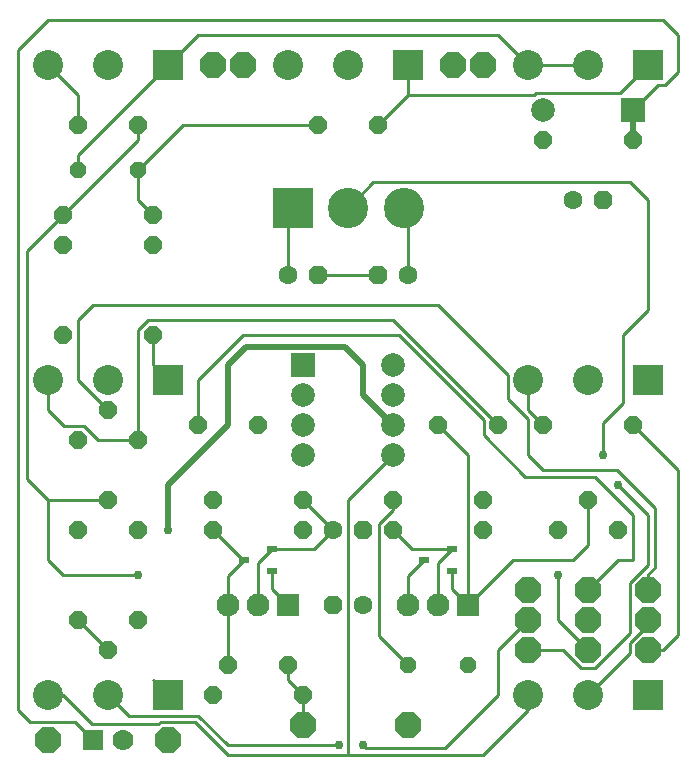
<source format=gbr>
G04 EAGLE Gerber RS-274X export*
G75*
%MOMM*%
%FSLAX34Y34*%
%LPD*%
%INTop Copper*%
%IPPOS*%
%AMOC8*
5,1,8,0,0,1.08239X$1,22.5*%
G01*
%ADD10P,2.336880X8X22.500000*%
%ADD11R,2.540000X2.540000*%
%ADD12C,2.540000*%
%ADD13P,1.649562X8X22.500000*%
%ADD14P,1.649562X8X202.500000*%
%ADD15P,1.732040X8X22.500000*%
%ADD16C,1.600200*%
%ADD17P,1.429621X8X202.500000*%
%ADD18P,1.732040X8X202.500000*%
%ADD19C,2.000000*%
%ADD20R,2.000000X2.000000*%
%ADD21C,1.778000*%
%ADD22R,1.778000X1.778000*%
%ADD23C,1.930400*%
%ADD24R,1.930400X1.930400*%
%ADD25R,0.850000X0.600000*%
%ADD26R,3.416000X3.416000*%
%ADD27C,3.416000*%
%ADD28C,0.254000*%
%ADD29C,0.756400*%
%ADD30C,0.508000*%


D10*
X406400Y596900D03*
D11*
X546100Y596900D03*
D12*
X495300Y596900D03*
X444500Y596900D03*
D13*
X63500Y203200D03*
X114300Y203200D03*
X88900Y228600D03*
X469900Y203200D03*
X520700Y203200D03*
X495300Y228600D03*
D14*
X241300Y88900D03*
X190500Y88900D03*
D13*
X165100Y292100D03*
X215900Y292100D03*
D15*
X266700Y419100D03*
D16*
X241300Y419100D03*
D15*
X508000Y482600D03*
D16*
X482600Y482600D03*
D15*
X304800Y203200D03*
D16*
X279400Y203200D03*
D14*
X114300Y546100D03*
X63500Y546100D03*
D13*
X266700Y546100D03*
X317500Y546100D03*
D17*
X114300Y508000D03*
X63500Y508000D03*
D18*
X279400Y139700D03*
D16*
X304800Y139700D03*
D13*
X368300Y292100D03*
X419100Y292100D03*
D17*
X393700Y88900D03*
X342900Y88900D03*
D18*
X317500Y419100D03*
D16*
X342900Y419100D03*
D11*
X546100Y330200D03*
D12*
X495300Y330200D03*
X444500Y330200D03*
D11*
X546100Y63500D03*
D12*
X495300Y63500D03*
X444500Y63500D03*
D19*
X457200Y558800D03*
D20*
X533400Y558800D03*
D21*
X101600Y25400D03*
D22*
X76200Y25400D03*
D11*
X139700Y63500D03*
D12*
X88900Y63500D03*
X38100Y63500D03*
D11*
X139700Y330200D03*
D12*
X88900Y330200D03*
X38100Y330200D03*
D10*
X203200Y596900D03*
X177800Y596900D03*
X381000Y596900D03*
D20*
X254000Y342900D03*
D19*
X254000Y317500D03*
X254000Y292100D03*
X254000Y266700D03*
X330200Y266700D03*
X330200Y292100D03*
X330200Y317500D03*
X330200Y342900D03*
D10*
X254000Y38100D03*
X139700Y25400D03*
D11*
X342900Y596900D03*
D12*
X292100Y596900D03*
X241300Y596900D03*
D10*
X342900Y38100D03*
D23*
X190500Y139700D03*
X215900Y139700D03*
D24*
X241300Y139700D03*
D23*
X342900Y139700D03*
X368300Y139700D03*
D24*
X393700Y139700D03*
D25*
X227900Y168300D03*
X227900Y187300D03*
X203900Y177800D03*
X380300Y168300D03*
X380300Y187300D03*
X356300Y177800D03*
D13*
X177800Y63500D03*
X254000Y63500D03*
X50800Y368300D03*
X127000Y368300D03*
X457200Y292100D03*
X533400Y292100D03*
D14*
X406400Y228600D03*
X330200Y228600D03*
D13*
X457200Y533400D03*
X533400Y533400D03*
D14*
X254000Y203200D03*
X177800Y203200D03*
D13*
X177800Y228600D03*
X254000Y228600D03*
D14*
X127000Y469900D03*
X50800Y469900D03*
X127000Y444500D03*
X50800Y444500D03*
D13*
X330200Y203200D03*
X406400Y203200D03*
D14*
X114300Y127000D03*
X63500Y127000D03*
X88900Y101600D03*
D10*
X38100Y25400D03*
D11*
X139700Y596900D03*
D12*
X88900Y596900D03*
X38100Y596900D03*
D26*
X245110Y476250D03*
D27*
X292100Y476250D03*
X339090Y476250D03*
D10*
X495300Y101600D03*
X444500Y101600D03*
X546100Y101600D03*
X495300Y152400D03*
X546100Y152400D03*
X444500Y152400D03*
X495300Y127000D03*
X546100Y127000D03*
X444500Y127000D03*
D13*
X63500Y279400D03*
X114300Y279400D03*
X88900Y304800D03*
D28*
X254000Y63500D02*
X254000Y38100D01*
X254000Y63500D02*
X241300Y76200D01*
X241300Y88900D01*
X139700Y63500D02*
X127000Y76200D01*
X190500Y88900D02*
X190500Y139700D01*
X190500Y164400D01*
X203900Y177800D01*
X203200Y177800D01*
X177800Y203200D01*
X88900Y228600D02*
X38100Y228600D01*
X20320Y246380D01*
X20320Y439420D01*
X50800Y469900D01*
X114300Y533400D01*
X114300Y546100D01*
X227900Y153100D02*
X241300Y139700D01*
X227900Y153100D02*
X227900Y168300D01*
X38100Y177800D02*
X38100Y228600D01*
X38100Y177800D02*
X50800Y165100D01*
X114300Y165100D01*
D29*
X114300Y165100D03*
D28*
X254000Y228600D02*
X279400Y203200D01*
X263500Y187300D01*
X227900Y187300D01*
X215900Y175300D01*
X215900Y139700D01*
D30*
X330200Y292100D02*
X304800Y317500D01*
X304800Y342900D01*
X289212Y358488D02*
X206088Y358488D01*
X289212Y358488D02*
X304800Y342900D01*
X206088Y358488D02*
X190500Y342900D01*
X190500Y292100D01*
D29*
X139700Y203200D03*
D30*
X139700Y241300D01*
X190500Y292100D01*
D28*
X63500Y571500D02*
X38100Y596900D01*
X63500Y571500D02*
X63500Y546100D01*
X114300Y508000D02*
X152400Y546100D01*
X266700Y546100D01*
X127000Y469900D02*
X114300Y482600D01*
X114300Y508000D01*
X63500Y508000D02*
X63500Y520700D01*
X139700Y596900D01*
X444500Y596900D02*
X495300Y596900D01*
X444500Y596900D02*
X419100Y622300D01*
X165100Y622300D01*
X139700Y596900D01*
X317500Y546100D02*
X342900Y571500D01*
X342900Y596900D01*
X342900Y571500D02*
X449651Y571500D01*
X451269Y573118D01*
X522318Y573118D02*
X546100Y596900D01*
X522318Y573118D02*
X451269Y573118D01*
X342900Y164400D02*
X342900Y139700D01*
X342900Y164400D02*
X356300Y177800D01*
X368300Y175300D02*
X368300Y139700D01*
X368300Y175300D02*
X380300Y187300D01*
X346100Y187300D02*
X330200Y203200D01*
X346100Y187300D02*
X380300Y187300D01*
X380300Y153100D02*
X393700Y139700D01*
X380300Y153100D02*
X380300Y168300D01*
X393700Y266700D02*
X368300Y292100D01*
X393700Y266700D02*
X393700Y139700D01*
X431800Y177800D01*
X482600Y177800D01*
X495300Y190500D01*
X495300Y228600D01*
X38100Y304800D02*
X38100Y330200D01*
X38100Y304800D02*
X51562Y291338D01*
X68445Y291338D01*
X80383Y279400D01*
X114300Y279400D01*
X114300Y372483D02*
X122817Y381000D01*
X330200Y381000D02*
X419100Y292100D01*
X114300Y279400D02*
X114300Y372483D01*
X122817Y381000D02*
X330200Y381000D01*
X469900Y127000D02*
X495300Y101600D01*
X469900Y127000D02*
X469900Y165100D01*
D29*
X469900Y165100D03*
D28*
X241300Y419100D02*
X241300Y472440D01*
X245110Y476250D01*
X342900Y472440D02*
X342900Y419100D01*
X342900Y472440D02*
X339090Y476250D01*
X317500Y419100D02*
X266700Y419100D01*
X330200Y228600D02*
X330200Y220083D01*
X318262Y208145D01*
X318262Y113538D02*
X342900Y88900D01*
X318262Y113538D02*
X318262Y208145D01*
X88900Y101600D02*
X63500Y127000D01*
X495300Y152400D02*
X520700Y177800D01*
X533400Y177800D01*
X533400Y215900D01*
X500888Y248412D01*
X442185Y248412D01*
X407162Y283435D01*
X407162Y296135D01*
X334997Y368300D02*
X203200Y368300D01*
X165100Y330200D01*
X165100Y292100D01*
X334997Y368300D02*
X407162Y296135D01*
D30*
X533400Y533400D02*
X533400Y558800D01*
D28*
X554482Y579882D01*
X560589Y579882D01*
X571500Y590793D01*
X571500Y622300D01*
X558800Y635000D01*
X38100Y635000D02*
X12700Y609600D01*
X38100Y635000D02*
X558800Y635000D01*
X12700Y50800D02*
X22987Y40513D01*
X38100Y40513D01*
X44360Y40513D01*
X12700Y50800D02*
X12700Y609600D01*
X61087Y40513D02*
X76200Y25400D01*
X61087Y40513D02*
X44360Y40513D01*
X139700Y330200D02*
X127000Y342900D01*
X127000Y368300D01*
X50800Y63500D02*
X38100Y63500D01*
X50800Y63500D02*
X75692Y38608D01*
X131535Y38608D02*
X133440Y40513D01*
X162687Y40513D01*
X190500Y12700D01*
X292100Y12700D01*
X406400Y12700D01*
X444500Y50800D01*
X444500Y63500D01*
X131535Y38608D02*
X75692Y38608D01*
X292100Y228600D02*
X330200Y266700D01*
X292100Y228600D02*
X292100Y12700D01*
X373888Y18288D02*
X419100Y63500D01*
X307312Y18288D02*
X304800Y20800D01*
D29*
X304800Y20800D03*
X284000Y20800D03*
D28*
X190303Y20800D01*
X165002Y46101D01*
X106299Y46101D02*
X88900Y63500D01*
X106299Y46101D02*
X165002Y46101D01*
X307312Y18288D02*
X373888Y18288D01*
X419100Y63500D02*
X419100Y101600D01*
X444500Y127000D01*
X508000Y293433D02*
X525018Y310451D01*
X508000Y293433D02*
X508000Y266700D01*
X525018Y310451D02*
X525018Y368300D01*
X473927Y101600D02*
X444500Y101600D01*
X473927Y101600D02*
X489040Y86487D01*
X530987Y158660D02*
X546100Y173773D01*
X546100Y215900D01*
X530987Y115914D02*
X501560Y86487D01*
X530987Y115914D02*
X530987Y158660D01*
X546100Y215900D02*
X520700Y241300D01*
D29*
X520700Y241300D03*
X508000Y266700D03*
D28*
X501560Y86487D02*
X489040Y86487D01*
X531052Y497648D02*
X313498Y497648D01*
X292100Y476250D01*
X546100Y482600D02*
X546100Y389382D01*
X525018Y368300D01*
X546100Y482600D02*
X531052Y497648D01*
X533400Y292100D02*
X571500Y254000D01*
X571500Y114300D01*
X558800Y101600D01*
X546100Y101600D01*
X457200Y292100D02*
X444500Y304800D01*
X444500Y330200D01*
X530987Y99187D02*
X495300Y63500D01*
X530987Y99187D02*
X530987Y107860D01*
X546100Y122973D02*
X546100Y127000D01*
X546100Y122973D02*
X530987Y107860D01*
X88900Y304800D02*
X63500Y330200D01*
X63500Y381000D02*
X76200Y393700D01*
X368300Y393700D01*
X444500Y296897D02*
X444500Y266700D01*
X427482Y313915D02*
X427482Y334518D01*
X427482Y313915D02*
X444500Y296897D01*
X444500Y266700D02*
X457200Y254000D01*
X546100Y165870D02*
X551688Y171458D01*
X546100Y165870D02*
X546100Y152400D01*
X519455Y254000D02*
X457200Y254000D01*
X519455Y254000D02*
X551688Y221767D01*
X551688Y171458D01*
X63500Y330200D02*
X63500Y381000D01*
X368300Y393700D02*
X427482Y334518D01*
M02*

</source>
